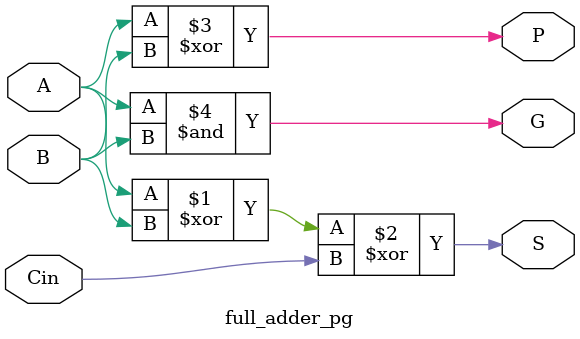
<source format=sv>
module lookahead_adder (
	input  [15:0] A, B,
	input         cin,
	output logic [15:0] S,
	output logic cout
);
    /* TODO
     *
     * Insert code here to implement a CLA adder.
     * Your code should be completly combinational (don't use always_ff or always_latch).
     * Feel free to create sub-modules or other files. */
	  logic c4, c8, c12, Pout, Gout;
	  logic [3:0] P, G;
	  
	  lookahead_4bit la4_1(.A(A[3:0]), .B(B[3:0]), .Cin(cin), .S(S[3:0]), .Pout(P[0]), .Gout(G[0]));
	  assign c4 = ((G[0]) | (cin & P[0]));
	  
	  lookahead_4bit la4_2(.A(A[7:4]), .B(B[7:4]), .Cin(c4), .S(S[7:4]), .Pout(P[1]), .Gout(G[1]));
	  assign c8= ((G[1]) | (G[0] & P[1]) | (cin & P[0] & P[1]));
	  
	  lookahead_4bit la4_3(.A(A[11:8]), .B(B[11:8]), .Cin(c8), .S(S[11:8]), .Pout(P[2]), .Gout(G[2]));
	  assign c12 = ((G[2]) | (G[1] & P[2]) | (G[0] & P[2] & P[1]) | (cin & P[2] & P[1] & P[0]));
	  
	  lookahead_4bit la4_4(.A(A[15:12]), .B(B[15:12]), .Cin(c12), .S(S[15:12]), .Pout(P[3]), .Gout(G[3]));
	  
	  assign Pout = (P[0] & P[1] & P[2] & P[3]);
	
	  assign Gout = ((G[3]) | (G[2] & P[3]) | (G[1] & P[3] & P[2]) | (G[0] & P[3] & P[2] & P[1]));
	  
	  assign cout = (Gout | (cin & Pout));
	  
	  

endmodule

module lookahead_4bit (
	input [3:0] A, B,
	input Cin,
	output logic [3:0] S,
	output logic Pout, Gout
	);
	
	logic c1, c2, c3;
	logic [3:0] P, G;
	
	full_adder_pg fapg1(.A(A[0]), .B(B[0]), .Cin(Cin), .S(S[0]), .P(P[0]), .G(G[0]));
	
	assign c1 = ((Cin & (P[0]))| G[0]);
	
	full_adder_pg fapg2(.A(A[1]), .B(B[1]), .Cin(c1), .S(S[1]), .P(P[1]), .G(G[1]));
	
	assign c2 = ((Cin & P[1] & P[0]) | (G[0] & P[1]) | (G[1]));
	
	full_adder_pg fapg3(.A(A[2]), .B(B[2]), .Cin(c2), .S(S[2]), .P(P[2]), .G(G[2]));
	
	assign c3 = ((Cin & P[0] & P[1] & P[2]) | (G[0] & P[1] & P[2]) | (G[1] & P[2]) |(G[2]));
	
	full_adder_pg fapg4(.A(A[3]), .B(B[3]), .Cin(c3), .S(S[3]), .P(P[3]), .G(G[3]));
	
	assign Pout = (P[0] & P[1] & P[2] & P[3]);
	
	assign Gout = ((G[3]) | (G[2] & P[3]) | (G[1] & P[3] & P[2]) | (G[0] & P[3] & P[2] & P[1]));
	
	
endmodule
	

module full_adder_pg(	

	input A, B, Cin,
	output logic S, P, G
);
  
  assign S = A ^ B ^ Cin;
  assign P= A ^ B;
  assign G= A & B;
  
endmodule
</source>
